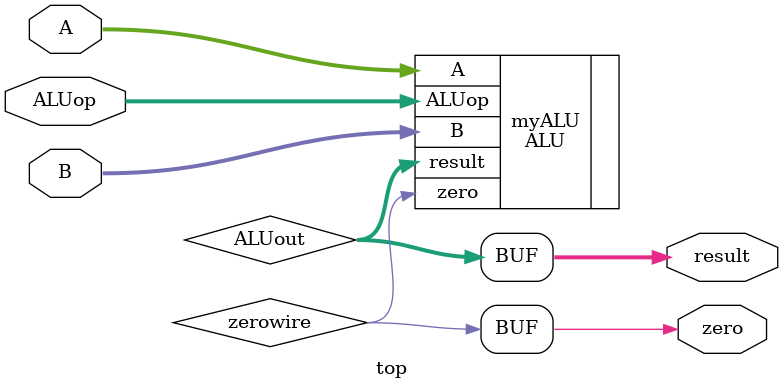
<source format=v>
`timescale 1ns / 1ps

/*
Conclusion after analyzing area between using own (Lab 2) implementation of Adder and using native verilog add function.
When using the native add function, the design area is smaller. 149 LUTs and 101 IOBs are used.
When using the own implementation of a 32-bit adder by using 8 4-bit adders, 180 LUTs and 101 IOBs are used.
From this, we can conclude that for this design, our own adder is less area-efficient. 
This is probably due to the use of an adder for the additional 1, that's needed for the 2's complement, when subtracting B from A.
So, all in all, for this design and use case, our own implementation is overall less efficient.
*/


module top (input [31:0] A, input [31:0] B, input [3:0] ALUop, output [31:0] result, output zero);

wire [31:0] ALUout;
wire zerowire;

ALU myALU(.A(A), .B(B), .ALUop(ALUop), .result(ALUout), .zero(zerowire));

assign result = ALUout;
assign zero = zerowire;

endmodule

</source>
